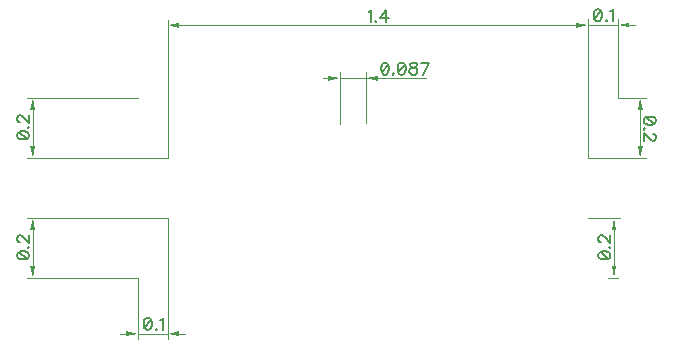
<source format=gbr>
G04 DipTrace 2.4.0.2*
%INTopDimension.gbr*%
%MOIN*%
%ADD13C,0.0014*%
%ADD34C,0.0062*%
%FSLAX44Y44*%
G04*
G70*
G90*
G75*
G01*
%LNTopDimension*%
%LPD*%
X1000Y4000D2*
D13*
Y8617D1*
X15002Y4000D2*
Y8617D1*
X8001Y8420D2*
X1394D1*
G36*
X1000D2*
X1394Y8499D1*
Y8341D1*
X1000Y8420D1*
G37*
X8001D2*
D13*
X14608D1*
G36*
X15002D2*
X14608Y8341D1*
Y8499D1*
X15002Y8420D1*
G37*
X0Y0D2*
D13*
Y-2047D1*
X1000Y2000D2*
Y-2047D1*
X0Y-1850D2*
X1000D1*
X-591D2*
X-394D1*
G36*
X0D2*
X-394Y-1929D1*
Y-1771D1*
X0Y-1850D1*
G37*
X1591D2*
D13*
X1394D1*
G36*
X1000D2*
X1394Y-1771D1*
Y-1929D1*
X1000Y-1850D1*
G37*
X0Y0D2*
D13*
X-3697D1*
X1000Y2000D2*
X-3697D1*
X-3500Y1000D2*
Y394D1*
G36*
Y0D2*
X-3579Y394D1*
X-3422D1*
X-3500Y0D1*
G37*
Y1000D2*
D13*
Y1606D1*
G36*
Y2000D2*
X-3422Y1606D1*
X-3579D1*
X-3500Y2000D1*
G37*
X16000Y0D2*
D13*
X15680D1*
X15002Y2000D2*
X16074D1*
X15877Y1000D2*
Y394D1*
G36*
Y0D2*
X15798Y394D1*
X15955D1*
X15877Y0D1*
G37*
Y1000D2*
D13*
Y1606D1*
G36*
Y2000D2*
X15955Y1606D1*
X15798D1*
X15877Y2000D1*
G37*
X1000Y4000D2*
D13*
X-3697D1*
X0Y6000D2*
X-3697D1*
X-3500Y5000D2*
Y4394D1*
G36*
Y4000D2*
X-3579Y4394D1*
X-3422D1*
X-3500Y4000D1*
G37*
Y5000D2*
D13*
Y5606D1*
G36*
Y6000D2*
X-3422Y5606D1*
X-3579D1*
X-3500Y6000D1*
G37*
X16000D2*
D13*
X16949D1*
X15002Y4000D2*
X16949D1*
X16752Y5000D2*
Y5606D1*
G36*
Y6000D2*
X16830Y5606D1*
X16673D1*
X16752Y6000D1*
G37*
Y5000D2*
D13*
Y4394D1*
G36*
Y4000D2*
X16673Y4394D1*
X16830D1*
X16752Y4000D1*
G37*
X15002D2*
D13*
Y8637D1*
X16000Y6000D2*
Y8637D1*
X15002Y8440D2*
X16000D1*
X14411D2*
X14608D1*
G36*
X15002D2*
X14608Y8361D1*
Y8519D1*
X15002Y8440D1*
G37*
X16591D2*
D13*
X16394D1*
G36*
X16000D2*
X16394Y8519D1*
Y8361D1*
X16000Y8440D1*
G37*
X6751Y5129D2*
D13*
Y6857D1*
X7625Y5169D2*
Y6857D1*
X6751Y6660D2*
X7625D1*
X6161D2*
X6357D1*
G36*
X6751D2*
X6357Y6581D1*
Y6739D1*
X6751Y6660D1*
G37*
X8216D2*
D13*
X8019D1*
G36*
X7625D2*
X8019Y6739D1*
Y6581D1*
X7625Y6660D1*
G37*
X9623D2*
D13*
X7625D1*
X7698Y8867D2*
D34*
X7736Y8887D1*
X7793Y8944D1*
Y8542D1*
X7936Y8581D2*
X7917Y8561D1*
X7936Y8542D1*
X7955Y8561D1*
X7936Y8581D1*
X8270Y8542D2*
Y8944D1*
X8079Y8676D1*
X8366D1*
X321Y-1326D2*
X264Y-1345D1*
X225Y-1403D1*
X206Y-1498D1*
Y-1556D1*
X225Y-1651D1*
X264Y-1709D1*
X321Y-1728D1*
X359D1*
X417Y-1709D1*
X455Y-1651D1*
X474Y-1556D1*
Y-1498D1*
X455Y-1403D1*
X417Y-1345D1*
X359Y-1326D1*
X321D1*
X455Y-1403D2*
X225Y-1651D1*
X617Y-1689D2*
X598Y-1709D1*
X617Y-1728D1*
X636Y-1709D1*
X617Y-1689D1*
X760Y-1403D2*
X798Y-1383D1*
X856Y-1326D1*
Y-1728D1*
X-4024Y735D2*
X-4005Y678D1*
X-3947Y639D1*
X-3852Y620D1*
X-3794D1*
X-3699Y639D1*
X-3641Y678D1*
X-3622Y735D1*
Y773D1*
X-3641Y831D1*
X-3699Y869D1*
X-3794Y888D1*
X-3852D1*
X-3947Y869D1*
X-4005Y831D1*
X-4024Y773D1*
Y735D1*
X-3947Y869D2*
X-3699Y639D1*
X-3661Y1031D2*
X-3641Y1012D1*
X-3622Y1031D1*
X-3641Y1050D1*
X-3661Y1031D1*
X-3928Y1193D2*
X-3947D1*
X-3986Y1212D1*
X-4005Y1231D1*
X-4024Y1270D1*
Y1346D1*
X-4005Y1384D1*
X-3986Y1403D1*
X-3947Y1423D1*
X-3909D1*
X-3871Y1403D1*
X-3814Y1365D1*
X-3622Y1174D1*
Y1442D1*
X15353Y735D2*
X15372Y678D1*
X15430Y639D1*
X15525Y620D1*
X15583D1*
X15678Y639D1*
X15736Y678D1*
X15755Y735D1*
Y773D1*
X15736Y831D1*
X15678Y869D1*
X15583Y888D1*
X15525D1*
X15430Y869D1*
X15372Y831D1*
X15353Y773D1*
Y735D1*
X15430Y869D2*
X15678Y639D1*
X15716Y1031D2*
X15736Y1012D1*
X15755Y1031D1*
X15736Y1050D1*
X15716Y1031D1*
X15449Y1193D2*
X15430D1*
X15391Y1212D1*
X15372Y1231D1*
X15353Y1270D1*
Y1346D1*
X15372Y1384D1*
X15391Y1403D1*
X15430Y1423D1*
X15468D1*
X15506Y1403D1*
X15563Y1365D1*
X15755Y1174D1*
Y1442D1*
X-4024Y4735D2*
X-4005Y4678D1*
X-3947Y4639D1*
X-3852Y4620D1*
X-3794D1*
X-3699Y4639D1*
X-3641Y4678D1*
X-3622Y4735D1*
Y4773D1*
X-3641Y4831D1*
X-3699Y4869D1*
X-3794Y4888D1*
X-3852D1*
X-3947Y4869D1*
X-4005Y4831D1*
X-4024Y4773D1*
Y4735D1*
X-3947Y4869D2*
X-3699Y4639D1*
X-3661Y5031D2*
X-3641Y5012D1*
X-3622Y5031D1*
X-3641Y5050D1*
X-3661Y5031D1*
X-3928Y5193D2*
X-3947D1*
X-3986Y5212D1*
X-4005Y5231D1*
X-4024Y5270D1*
Y5346D1*
X-4005Y5384D1*
X-3986Y5403D1*
X-3947Y5423D1*
X-3909D1*
X-3871Y5403D1*
X-3814Y5365D1*
X-3622Y5174D1*
Y5442D1*
X17275Y5265D2*
X17256Y5322D1*
X17199Y5361D1*
X17103Y5380D1*
X17046D1*
X16950Y5361D1*
X16893Y5322D1*
X16874Y5265D1*
Y5227D1*
X16893Y5169D1*
X16950Y5131D1*
X17046Y5112D1*
X17103D1*
X17199Y5131D1*
X17256Y5169D1*
X17275Y5227D1*
Y5265D1*
X17199Y5131D2*
X16950Y5361D1*
X16912Y4969D2*
X16893Y4988D1*
X16874Y4969D1*
X16893Y4950D1*
X16912Y4969D1*
X17180Y4807D2*
X17199D1*
X17237Y4788D1*
X17256Y4769D1*
X17275Y4730D1*
Y4654D1*
X17256Y4616D1*
X17237Y4597D1*
X17199Y4577D1*
X17161D1*
X17122Y4597D1*
X17065Y4635D1*
X16874Y4826D1*
Y4558D1*
X15322Y8964D2*
X15264Y8945D1*
X15226Y8887D1*
X15207Y8792D1*
Y8734D1*
X15226Y8639D1*
X15264Y8581D1*
X15322Y8562D1*
X15360D1*
X15417Y8581D1*
X15455Y8639D1*
X15475Y8734D1*
Y8792D1*
X15455Y8887D1*
X15417Y8945D1*
X15360Y8964D1*
X15322D1*
X15455Y8887D2*
X15226Y8639D1*
X15617Y8601D2*
X15598Y8581D1*
X15617Y8562D1*
X15637Y8581D1*
X15617Y8601D1*
X15760Y8887D2*
X15799Y8907D1*
X15856Y8964D1*
Y8562D1*
X8227Y7184D2*
X8169Y7165D1*
X8131Y7107D1*
X8112Y7012D1*
Y6954D1*
X8131Y6859D1*
X8169Y6801D1*
X8227Y6782D1*
X8265D1*
X8322Y6801D1*
X8360Y6859D1*
X8380Y6954D1*
Y7012D1*
X8360Y7107D1*
X8322Y7165D1*
X8265Y7184D1*
X8227D1*
X8360Y7107D2*
X8131Y6859D1*
X8522Y6821D2*
X8503Y6801D1*
X8522Y6782D1*
X8542Y6801D1*
X8522Y6821D1*
X8780Y7184D2*
X8723Y7165D1*
X8684Y7107D1*
X8665Y7012D1*
Y6954D1*
X8684Y6859D1*
X8723Y6801D1*
X8780Y6782D1*
X8818D1*
X8876Y6801D1*
X8914Y6859D1*
X8933Y6954D1*
Y7012D1*
X8914Y7107D1*
X8876Y7165D1*
X8818Y7184D1*
X8780D1*
X8914Y7107D2*
X8684Y6859D1*
X9152Y7184D2*
X9095Y7165D1*
X9076Y7127D1*
Y7088D1*
X9095Y7050D1*
X9133Y7031D1*
X9210Y7012D1*
X9267Y6993D1*
X9305Y6954D1*
X9324Y6916D1*
Y6859D1*
X9305Y6821D1*
X9286Y6801D1*
X9229Y6782D1*
X9152D1*
X9095Y6801D1*
X9076Y6821D1*
X9057Y6859D1*
Y6916D1*
X9076Y6954D1*
X9114Y6993D1*
X9171Y7012D1*
X9248Y7031D1*
X9286Y7050D1*
X9305Y7088D1*
Y7127D1*
X9286Y7165D1*
X9229Y7184D1*
X9152D1*
X9524Y6782D2*
X9716Y7184D1*
X9448D1*
M02*

</source>
